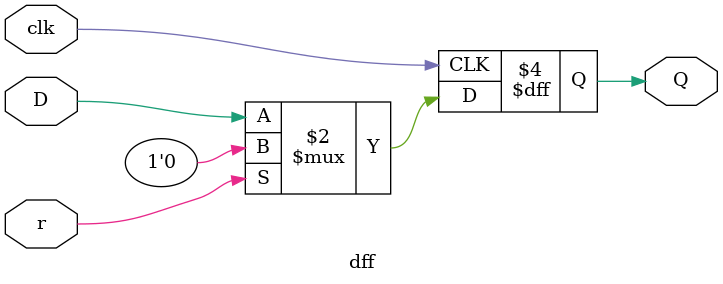
<source format=v>
module dff(D, clk, Q, r);
    input D, clk, r;
    output reg Q;
    always @ (posedge clk)
    begin
        Q<=D;
        if(r)
            Q<=1'b0;
    end
endmodule

</source>
